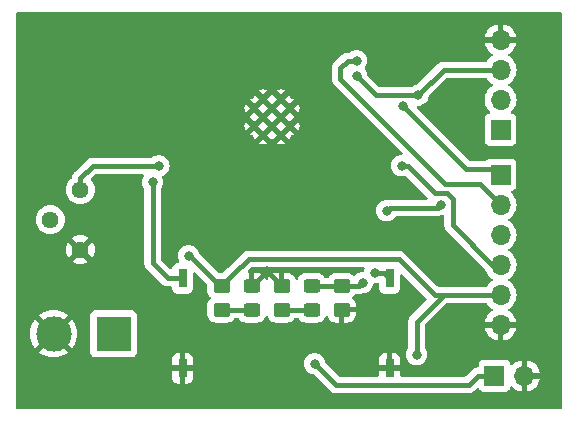
<source format=gbr>
%TF.GenerationSoftware,KiCad,Pcbnew,7.0.1*%
%TF.CreationDate,2023-04-21T09:55:58+02:00*%
%TF.ProjectId,hond,686f6e64-2e6b-4696-9361-645f70636258,rev?*%
%TF.SameCoordinates,Original*%
%TF.FileFunction,Copper,L2,Bot*%
%TF.FilePolarity,Positive*%
%FSLAX46Y46*%
G04 Gerber Fmt 4.6, Leading zero omitted, Abs format (unit mm)*
G04 Created by KiCad (PCBNEW 7.0.1) date 2023-04-21 09:55:58*
%MOMM*%
%LPD*%
G01*
G04 APERTURE LIST*
G04 Aperture macros list*
%AMRoundRect*
0 Rectangle with rounded corners*
0 $1 Rounding radius*
0 $2 $3 $4 $5 $6 $7 $8 $9 X,Y pos of 4 corners*
0 Add a 4 corners polygon primitive as box body*
4,1,4,$2,$3,$4,$5,$6,$7,$8,$9,$2,$3,0*
0 Add four circle primitives for the rounded corners*
1,1,$1+$1,$2,$3*
1,1,$1+$1,$4,$5*
1,1,$1+$1,$6,$7*
1,1,$1+$1,$8,$9*
0 Add four rect primitives between the rounded corners*
20,1,$1+$1,$2,$3,$4,$5,0*
20,1,$1+$1,$4,$5,$6,$7,0*
20,1,$1+$1,$6,$7,$8,$9,0*
20,1,$1+$1,$8,$9,$2,$3,0*%
G04 Aperture macros list end*
%TA.AperFunction,ComponentPad*%
%ADD10R,1.700000X1.700000*%
%TD*%
%TA.AperFunction,ComponentPad*%
%ADD11O,1.700000X1.700000*%
%TD*%
%TA.AperFunction,HeatsinkPad*%
%ADD12C,0.600000*%
%TD*%
%TA.AperFunction,ComponentPad*%
%ADD13R,3.000000X3.000000*%
%TD*%
%TA.AperFunction,ComponentPad*%
%ADD14C,3.000000*%
%TD*%
%TA.AperFunction,ComponentPad*%
%ADD15C,1.440000*%
%TD*%
%TA.AperFunction,SMDPad,CuDef*%
%ADD16R,0.760000X1.600000*%
%TD*%
%TA.AperFunction,SMDPad,CuDef*%
%ADD17RoundRect,0.250000X0.450000X-0.350000X0.450000X0.350000X-0.450000X0.350000X-0.450000X-0.350000X0*%
%TD*%
%TA.AperFunction,SMDPad,CuDef*%
%ADD18RoundRect,0.250000X-0.450000X0.350000X-0.450000X-0.350000X0.450000X-0.350000X0.450000X0.350000X0*%
%TD*%
%TA.AperFunction,SMDPad,CuDef*%
%ADD19RoundRect,0.250000X-0.450000X0.325000X-0.450000X-0.325000X0.450000X-0.325000X0.450000X0.325000X0*%
%TD*%
%TA.AperFunction,SMDPad,CuDef*%
%ADD20RoundRect,0.250000X0.450000X-0.325000X0.450000X0.325000X-0.450000X0.325000X-0.450000X-0.325000X0*%
%TD*%
%TA.AperFunction,ViaPad*%
%ADD21C,0.800000*%
%TD*%
%TA.AperFunction,Conductor*%
%ADD22C,0.381000*%
%TD*%
G04 APERTURE END LIST*
D10*
%TO.P,J4,1,Pin_1*%
%TO.N,Net-(J4-Pin_1)*%
X143251000Y-85852000D03*
D11*
%TO.P,J4,2,Pin_2*%
%TO.N,GND*%
X145791000Y-85852000D03*
%TD*%
D10*
%TO.P,J3,1,Pin_1*%
%TO.N,GPIO21*%
X143764000Y-68834000D03*
D11*
%TO.P,J3,2,Pin_2*%
%TO.N,GPIO22*%
X143764000Y-71374000D03*
%TO.P,J3,3,Pin_3*%
%TO.N,GPIO4*%
X143764000Y-73914000D03*
%TO.P,J3,4,Pin_4*%
%TO.N,GPIO5*%
X143764000Y-76454000D03*
%TO.P,J3,5,Pin_5*%
%TO.N,+3.3V*%
X143764000Y-78994000D03*
%TO.P,J3,6,Pin_6*%
%TO.N,GND*%
X143764000Y-81534000D03*
%TD*%
D10*
%TO.P,J1,1,Pin_1*%
%TO.N,+3.3V*%
X143764000Y-65024000D03*
D11*
%TO.P,J1,2,Pin_2*%
%TO.N,RX0*%
X143764000Y-62484000D03*
%TO.P,J1,3,Pin_3*%
%TO.N,TX0*%
X143764000Y-59944000D03*
%TO.P,J1,4,Pin_4*%
%TO.N,GND*%
X143764000Y-57404000D03*
%TD*%
D12*
%TO.P,U1,39,GND*%
%TO.N,GND*%
X122890000Y-63179500D03*
X122890000Y-64704500D03*
X123652500Y-62417000D03*
X123652500Y-63942000D03*
X123652500Y-65467000D03*
X124415000Y-63179500D03*
X124415000Y-64704500D03*
X125177500Y-62417000D03*
X125177500Y-63942000D03*
X125177500Y-65467000D03*
X125940000Y-63179500D03*
X125940000Y-64704500D03*
%TD*%
D13*
%TO.P,J5,1,Pin_1*%
%TO.N,VDD*%
X110998000Y-82296000D03*
D14*
%TO.P,J5,2,Pin_2*%
%TO.N,GND*%
X105918000Y-82296000D03*
%TD*%
D15*
%TO.P,P1,1,1*%
%TO.N,A8*%
X108189000Y-70104000D03*
%TO.P,P1,2,2*%
%TO.N,Net-(U4-+)*%
X105649000Y-72644000D03*
%TO.P,P1,3,3*%
%TO.N,GND*%
X108189000Y-75184000D03*
%TD*%
D16*
%TO.P,SW2,1,1*%
%TO.N,GPIO0*%
X134366000Y-77597000D03*
%TO.P,SW2,2,2*%
%TO.N,GND*%
X134366000Y-85217000D03*
%TD*%
%TO.P,SW1,1,1*%
%TO.N,/EN*%
X116840000Y-77597000D03*
%TO.P,SW1,2,2*%
%TO.N,GND*%
X116840000Y-85217000D03*
%TD*%
D17*
%TO.P,R3,1*%
%TO.N,GND*%
X130302000Y-80248000D03*
%TO.P,R3,2*%
%TO.N,GPIO2*%
X130302000Y-78248000D03*
%TD*%
%TO.P,R7,1*%
%TO.N,Net-(D1-K)*%
X125222000Y-80248000D03*
%TO.P,R7,2*%
%TO.N,GND*%
X125222000Y-78248000D03*
%TD*%
D18*
%TO.P,R4,1*%
%TO.N,+3.3V*%
X120142000Y-78248000D03*
%TO.P,R4,2*%
%TO.N,Net-(D2-A)*%
X120142000Y-80248000D03*
%TD*%
D19*
%TO.P,D2,1,K*%
%TO.N,GND*%
X122682000Y-78223000D03*
%TO.P,D2,2,A*%
%TO.N,Net-(D2-A)*%
X122682000Y-80273000D03*
%TD*%
D20*
%TO.P,D1,1,K*%
%TO.N,Net-(D1-K)*%
X127762000Y-80273000D03*
%TO.P,D1,2,A*%
%TO.N,GPIO2*%
X127762000Y-78223000D03*
%TD*%
D21*
%TO.N,+3.3V*%
X117348000Y-75692000D03*
X136652000Y-84074000D03*
%TO.N,GND*%
X114554000Y-84328000D03*
X132842000Y-82042000D03*
X140970000Y-56896000D03*
X123952000Y-76962000D03*
X122936000Y-58420000D03*
X127254000Y-70104000D03*
X106426000Y-62738000D03*
X140081000Y-80137000D03*
%TO.N,GPIO2*%
X132080000Y-77978000D03*
%TO.N,TX0*%
X131572000Y-60452000D03*
X136779000Y-62103000D03*
%TO.N,/EN*%
X114300000Y-69469000D03*
%TO.N,GPIO0*%
X133096000Y-77132150D03*
%TO.N,GPIO5*%
X135382000Y-68072000D03*
%TO.N,Net-(J4-Pin_1)*%
X128016000Y-84836000D03*
%TO.N,A8*%
X114836000Y-68072000D03*
%TO.N,GPIO4*%
X134112000Y-71882000D03*
X138684000Y-71374000D03*
%TO.N,GPIO21*%
X135509000Y-62992000D03*
%TO.N,GPIO22*%
X131572000Y-59182000D03*
%TD*%
D22*
%TO.N,+3.3V*%
X121145500Y-77228500D02*
X121145500Y-77244500D01*
X121145500Y-77244500D02*
X120142000Y-78248000D01*
X122428000Y-75946000D02*
X121145500Y-77228500D01*
X135128000Y-75946000D02*
X122428000Y-75946000D01*
X138176000Y-78994000D02*
X135128000Y-75946000D01*
X138938000Y-78994000D02*
X138176000Y-78994000D01*
%TO.N,TX0*%
X138938000Y-59944000D02*
X136779000Y-62103000D01*
X143764000Y-59944000D02*
X138938000Y-59944000D01*
%TO.N,GPIO21*%
X143256000Y-68326000D02*
X143764000Y-68834000D01*
X140843000Y-68326000D02*
X143256000Y-68326000D01*
X135509000Y-62992000D02*
X140843000Y-68326000D01*
%TO.N,GPIO22*%
X141986000Y-69596000D02*
X139065000Y-69596000D01*
X143764000Y-71374000D02*
X141986000Y-69596000D01*
%TO.N,GPIO5*%
X138176000Y-70358000D02*
X135890000Y-68072000D01*
X139192000Y-70358000D02*
X138176000Y-70358000D01*
X139700000Y-70866000D02*
X139192000Y-70358000D01*
X139700000Y-73085658D02*
X139700000Y-70866000D01*
X143141342Y-76527000D02*
X139700000Y-73085658D01*
X143691000Y-76527000D02*
X143141342Y-76527000D01*
X143764000Y-76454000D02*
X143691000Y-76527000D01*
X135890000Y-68072000D02*
X135382000Y-68072000D01*
%TO.N,+3.3V*%
X143764000Y-78994000D02*
X138938000Y-78994000D01*
X136652000Y-81280000D02*
X138938000Y-78994000D01*
%TO.N,Net-(J4-Pin_1)*%
X143251000Y-85852000D02*
X141827000Y-85852000D01*
X141827000Y-85852000D02*
X141065000Y-86614000D01*
%TO.N,+3.3V*%
X120031000Y-78248000D02*
X120142000Y-78248000D01*
X117348000Y-75692000D02*
X117475000Y-75692000D01*
X136652000Y-84074000D02*
X136652000Y-81280000D01*
X117475000Y-75692000D02*
X120031000Y-78248000D01*
%TO.N,GND*%
X125222000Y-78248000D02*
X125222000Y-78232000D01*
X122682000Y-78223000D02*
X122691000Y-78223000D01*
X125222000Y-78232000D02*
X123952000Y-76962000D01*
X122691000Y-78223000D02*
X123952000Y-76962000D01*
%TO.N,Net-(D1-K)*%
X125222000Y-80248000D02*
X127737000Y-80248000D01*
X127737000Y-80248000D02*
X127762000Y-80273000D01*
%TO.N,GPIO2*%
X127787000Y-78248000D02*
X127762000Y-78223000D01*
X130302000Y-78248000D02*
X127787000Y-78248000D01*
X131810000Y-78248000D02*
X132080000Y-77978000D01*
X130302000Y-78248000D02*
X131810000Y-78248000D01*
%TO.N,Net-(D2-A)*%
X122657000Y-80248000D02*
X122682000Y-80273000D01*
X120142000Y-80248000D02*
X122657000Y-80248000D01*
%TO.N,TX0*%
X133223000Y-62103000D02*
X136779000Y-62103000D01*
X131572000Y-60452000D02*
X133223000Y-62103000D01*
%TO.N,/EN*%
X114300000Y-76327000D02*
X115570000Y-77597000D01*
X115570000Y-77597000D02*
X116840000Y-77597000D01*
X114300000Y-69469000D02*
X114300000Y-76327000D01*
%TO.N,GPIO0*%
X133096000Y-77132150D02*
X133901150Y-77132150D01*
X133901150Y-77132150D02*
X134366000Y-77597000D01*
%TO.N,Net-(J4-Pin_1)*%
X129794000Y-86614000D02*
X141065000Y-86614000D01*
X128016000Y-84836000D02*
X129794000Y-86614000D01*
%TO.N,A8*%
X108189000Y-69103000D02*
X108189000Y-70104000D01*
X114836000Y-68072000D02*
X109220000Y-68072000D01*
X109220000Y-68072000D02*
X108189000Y-69103000D01*
%TO.N,GPIO4*%
X138430000Y-71628000D02*
X138684000Y-71374000D01*
X134112000Y-71882000D02*
X134366000Y-71628000D01*
X134366000Y-71628000D02*
X138430000Y-71628000D01*
%TO.N,GPIO22*%
X130175000Y-60706000D02*
X130175000Y-59817000D01*
X130175000Y-59817000D02*
X130810000Y-59182000D01*
X130810000Y-59182000D02*
X131572000Y-59182000D01*
X139065000Y-69596000D02*
X130175000Y-60706000D01*
%TD*%
%TA.AperFunction,Conductor*%
%TO.N,GND*%
G36*
X132195666Y-76650515D02*
G01*
X132239689Y-76688115D01*
X132261844Y-76741602D01*
X132257302Y-76799317D01*
X132246349Y-76833027D01*
X132210325Y-76943897D01*
X132207953Y-76966464D01*
X132187433Y-77022841D01*
X132142847Y-77062986D01*
X132084633Y-77077500D01*
X131985352Y-77077500D01*
X131800197Y-77116855D01*
X131627269Y-77193848D01*
X131474131Y-77305109D01*
X131441384Y-77341478D01*
X131385488Y-77377086D01*
X131319236Y-77378821D01*
X131261554Y-77346185D01*
X131220657Y-77305288D01*
X131071334Y-77213186D01*
X130904797Y-77158000D01*
X130802009Y-77147500D01*
X129801991Y-77147500D01*
X129699203Y-77158000D01*
X129532665Y-77213186D01*
X129383345Y-77305286D01*
X129259286Y-77429345D01*
X129216882Y-77498096D01*
X129171775Y-77541277D01*
X129111343Y-77557000D01*
X128952657Y-77557000D01*
X128892225Y-77541277D01*
X128847118Y-77498096D01*
X128804713Y-77429345D01*
X128680654Y-77305286D01*
X128531334Y-77213186D01*
X128364797Y-77158000D01*
X128262009Y-77147500D01*
X127261991Y-77147500D01*
X127159203Y-77158000D01*
X126992665Y-77213186D01*
X126843342Y-77305288D01*
X126719288Y-77429342D01*
X126627185Y-77578667D01*
X126609441Y-77632213D01*
X126576302Y-77683896D01*
X126522432Y-77713348D01*
X126461037Y-77713347D01*
X126407168Y-77683894D01*
X126374030Y-77632210D01*
X126356357Y-77578878D01*
X126264316Y-77429654D01*
X126140345Y-77305683D01*
X125991122Y-77213642D01*
X125824696Y-77158493D01*
X125721979Y-77148000D01*
X125472000Y-77148000D01*
X125472000Y-78374000D01*
X125455387Y-78436000D01*
X125410000Y-78481387D01*
X125348000Y-78498000D01*
X125096000Y-78498000D01*
X125034000Y-78481387D01*
X124988613Y-78436000D01*
X124972000Y-78374000D01*
X124972000Y-77148001D01*
X124722021Y-77148001D01*
X124619304Y-77158493D01*
X124452877Y-77213642D01*
X124303654Y-77305683D01*
X124179683Y-77429654D01*
X124087641Y-77578879D01*
X124069704Y-77633007D01*
X124036565Y-77684690D01*
X123982695Y-77714142D01*
X123921300Y-77714141D01*
X123867430Y-77684688D01*
X123834293Y-77633004D01*
X123816357Y-77578878D01*
X123724316Y-77429654D01*
X123600345Y-77305683D01*
X123451122Y-77213642D01*
X123284696Y-77158493D01*
X123181979Y-77148000D01*
X122932000Y-77148000D01*
X122932000Y-78349000D01*
X122915387Y-78411000D01*
X122870000Y-78456387D01*
X122808000Y-78473000D01*
X122556000Y-78473000D01*
X122494000Y-78456387D01*
X122448613Y-78411000D01*
X122432000Y-78349000D01*
X122432000Y-77148001D01*
X122405290Y-77121291D01*
X122373197Y-77065703D01*
X122373197Y-77001516D01*
X122405289Y-76945931D01*
X122677901Y-76673319D01*
X122718130Y-76646439D01*
X122765583Y-76637000D01*
X132139371Y-76637000D01*
X132195666Y-76650515D01*
G37*
%TD.AperFunction*%
%TA.AperFunction,Conductor*%
G36*
X148908500Y-55068613D02*
G01*
X148953887Y-55114000D01*
X148970500Y-55176000D01*
X148970500Y-88521500D01*
X148953887Y-88583500D01*
X148908500Y-88628887D01*
X148846500Y-88645500D01*
X102867500Y-88645500D01*
X102805500Y-88628887D01*
X102760113Y-88583500D01*
X102743500Y-88521500D01*
X102743500Y-85467000D01*
X115960000Y-85467000D01*
X115960000Y-86064824D01*
X115966402Y-86124375D01*
X116016647Y-86259089D01*
X116102811Y-86374188D01*
X116217910Y-86460352D01*
X116352624Y-86510597D01*
X116412176Y-86517000D01*
X116590000Y-86517000D01*
X116590000Y-85467000D01*
X117090000Y-85467000D01*
X117090000Y-86517000D01*
X117267824Y-86517000D01*
X117327375Y-86510597D01*
X117462089Y-86460352D01*
X117577188Y-86374188D01*
X117663352Y-86259089D01*
X117713597Y-86124375D01*
X117720000Y-86064824D01*
X117720000Y-85467000D01*
X117090000Y-85467000D01*
X116590000Y-85467000D01*
X115960000Y-85467000D01*
X102743500Y-85467000D01*
X102743500Y-84967000D01*
X115960000Y-84967000D01*
X116590000Y-84967000D01*
X116590000Y-83917000D01*
X117090000Y-83917000D01*
X117090000Y-84967000D01*
X117720000Y-84967000D01*
X117720000Y-84836000D01*
X127110540Y-84836000D01*
X127130326Y-85024257D01*
X127188820Y-85204284D01*
X127283466Y-85368216D01*
X127410129Y-85508889D01*
X127563269Y-85620151D01*
X127736197Y-85697144D01*
X127908189Y-85733702D01*
X127941575Y-85746019D01*
X127970089Y-85767311D01*
X129287964Y-87085185D01*
X129293098Y-87090638D01*
X129332417Y-87135020D01*
X129381211Y-87168700D01*
X129387245Y-87173140D01*
X129424719Y-87202499D01*
X129433895Y-87209688D01*
X129442870Y-87213727D01*
X129462410Y-87224748D01*
X129470518Y-87230344D01*
X129525964Y-87251371D01*
X129532824Y-87254213D01*
X129586915Y-87278558D01*
X129596582Y-87280329D01*
X129596593Y-87280331D01*
X129618220Y-87286359D01*
X129627418Y-87289848D01*
X129686263Y-87296992D01*
X129693631Y-87298113D01*
X129751972Y-87308805D01*
X129811138Y-87305226D01*
X129818626Y-87305000D01*
X141040374Y-87305000D01*
X141047861Y-87305226D01*
X141107028Y-87308805D01*
X141107028Y-87308804D01*
X141107030Y-87308805D01*
X141165336Y-87298119D01*
X141172725Y-87296994D01*
X141231582Y-87289848D01*
X141240790Y-87286355D01*
X141262398Y-87280332D01*
X141272085Y-87278557D01*
X141326161Y-87254218D01*
X141333045Y-87251368D01*
X141388482Y-87230344D01*
X141396585Y-87224750D01*
X141416137Y-87213723D01*
X141425105Y-87209688D01*
X141471776Y-87173122D01*
X141477769Y-87168711D01*
X141526583Y-87135020D01*
X141565902Y-87090635D01*
X141571004Y-87085216D01*
X141754129Y-86902091D01*
X141806874Y-86870796D01*
X141868167Y-86868607D01*
X141923012Y-86896060D01*
X141947856Y-86931843D01*
X141957203Y-86944329D01*
X141957204Y-86944331D01*
X142043454Y-87059546D01*
X142158669Y-87145796D01*
X142293517Y-87196091D01*
X142353127Y-87202500D01*
X144148872Y-87202499D01*
X144208483Y-87196091D01*
X144343331Y-87145796D01*
X144458546Y-87059546D01*
X144544796Y-86944331D01*
X144594003Y-86812398D01*
X144628981Y-86762021D01*
X144683826Y-86734568D01*
X144745119Y-86736757D01*
X144797865Y-86768053D01*
X144919918Y-86890106D01*
X145113423Y-87025600D01*
X145327507Y-87125430D01*
X145540999Y-87182635D01*
X145541000Y-87182636D01*
X145541000Y-86102000D01*
X146041000Y-86102000D01*
X146041000Y-87182635D01*
X146254492Y-87125430D01*
X146468576Y-87025600D01*
X146662081Y-86890106D01*
X146829106Y-86723081D01*
X146964600Y-86529576D01*
X147064430Y-86315492D01*
X147121636Y-86102000D01*
X146041000Y-86102000D01*
X145541000Y-86102000D01*
X145541000Y-84521364D01*
X146041000Y-84521364D01*
X146041000Y-85602000D01*
X147121636Y-85602000D01*
X147121635Y-85601999D01*
X147064430Y-85388507D01*
X146964599Y-85174421D01*
X146829109Y-84980921D01*
X146662081Y-84813893D01*
X146468576Y-84678399D01*
X146254492Y-84578569D01*
X146041000Y-84521364D01*
X145541000Y-84521364D01*
X145540999Y-84521364D01*
X145327507Y-84578569D01*
X145113421Y-84678400D01*
X144919924Y-84813888D01*
X144797865Y-84935947D01*
X144745118Y-84967242D01*
X144683825Y-84969431D01*
X144628981Y-84941978D01*
X144594002Y-84891598D01*
X144581527Y-84858151D01*
X144544796Y-84759669D01*
X144458546Y-84644454D01*
X144343331Y-84558204D01*
X144208483Y-84507909D01*
X144148873Y-84501500D01*
X144148869Y-84501500D01*
X142353130Y-84501500D01*
X142293515Y-84507909D01*
X142158669Y-84558204D01*
X142043454Y-84644454D01*
X141957204Y-84759668D01*
X141907997Y-84891598D01*
X141906909Y-84894517D01*
X141901807Y-84941978D01*
X141900500Y-84954131D01*
X141900500Y-85032683D01*
X141887434Y-85088087D01*
X141850991Y-85131815D01*
X141798849Y-85154652D01*
X141726659Y-85167880D01*
X141719258Y-85169007D01*
X141660415Y-85176152D01*
X141651216Y-85179641D01*
X141629606Y-85185665D01*
X141619916Y-85187441D01*
X141565854Y-85211772D01*
X141558936Y-85214638D01*
X141503515Y-85235656D01*
X141495407Y-85241253D01*
X141475876Y-85252269D01*
X141466894Y-85256312D01*
X141420238Y-85292864D01*
X141414208Y-85297301D01*
X141365417Y-85330979D01*
X141326098Y-85375360D01*
X141320965Y-85380812D01*
X140815097Y-85886681D01*
X140774869Y-85913561D01*
X140727416Y-85923000D01*
X135370000Y-85923000D01*
X135308000Y-85906387D01*
X135262613Y-85861000D01*
X135246000Y-85799000D01*
X135246000Y-85467000D01*
X133486000Y-85467000D01*
X133486000Y-85799000D01*
X133469387Y-85861000D01*
X133424000Y-85906387D01*
X133362000Y-85923000D01*
X130131583Y-85923000D01*
X130084130Y-85913561D01*
X130043902Y-85886681D01*
X129124221Y-84967000D01*
X133486000Y-84967000D01*
X134116000Y-84967000D01*
X134116000Y-83917000D01*
X134616000Y-83917000D01*
X134616000Y-84967000D01*
X135246000Y-84967000D01*
X135246000Y-84369176D01*
X135239597Y-84309624D01*
X135189352Y-84174910D01*
X135103188Y-84059811D01*
X134988089Y-83973647D01*
X134853375Y-83923402D01*
X134793824Y-83917000D01*
X134616000Y-83917000D01*
X134116000Y-83917000D01*
X133938176Y-83917000D01*
X133878624Y-83923402D01*
X133743910Y-83973647D01*
X133628811Y-84059811D01*
X133542647Y-84174910D01*
X133492402Y-84309624D01*
X133486000Y-84369176D01*
X133486000Y-84967000D01*
X129124221Y-84967000D01*
X128944081Y-84786860D01*
X128919841Y-84752561D01*
X128908441Y-84712138D01*
X128901674Y-84647742D01*
X128843179Y-84467715D01*
X128748533Y-84303783D01*
X128621870Y-84163110D01*
X128468730Y-84051848D01*
X128295802Y-83974855D01*
X128110648Y-83935500D01*
X128110646Y-83935500D01*
X127921354Y-83935500D01*
X127921352Y-83935500D01*
X127736197Y-83974855D01*
X127563269Y-84051848D01*
X127410129Y-84163110D01*
X127283466Y-84303783D01*
X127188820Y-84467715D01*
X127130326Y-84647742D01*
X127110540Y-84836000D01*
X117720000Y-84836000D01*
X117720000Y-84369176D01*
X117713597Y-84309624D01*
X117663352Y-84174910D01*
X117577188Y-84059811D01*
X117462089Y-83973647D01*
X117327375Y-83923402D01*
X117267824Y-83917000D01*
X117090000Y-83917000D01*
X116590000Y-83917000D01*
X116412176Y-83917000D01*
X116352624Y-83923402D01*
X116217910Y-83973647D01*
X116102811Y-84059811D01*
X116016647Y-84174910D01*
X115966402Y-84309624D01*
X115960000Y-84369176D01*
X115960000Y-84967000D01*
X102743500Y-84967000D01*
X102743500Y-83876115D01*
X104691436Y-83876115D01*
X104833958Y-83982806D01*
X105085047Y-84119911D01*
X105353097Y-84219888D01*
X105632642Y-84280699D01*
X105918000Y-84301109D01*
X106203357Y-84280699D01*
X106482902Y-84219888D01*
X106750952Y-84119911D01*
X107002041Y-83982806D01*
X107144562Y-83876115D01*
X107112316Y-83843869D01*
X108997500Y-83843869D01*
X109003909Y-83903484D01*
X109029056Y-83970906D01*
X109054204Y-84038331D01*
X109140454Y-84153546D01*
X109255669Y-84239796D01*
X109390517Y-84290091D01*
X109450127Y-84296500D01*
X112545872Y-84296499D01*
X112605483Y-84290091D01*
X112740331Y-84239796D01*
X112855546Y-84153546D01*
X112941796Y-84038331D01*
X112992091Y-83903483D01*
X112998500Y-83843873D01*
X112998499Y-80748128D01*
X112992091Y-80688517D01*
X112941796Y-80553669D01*
X112855546Y-80438454D01*
X112740331Y-80352204D01*
X112605483Y-80301909D01*
X112545873Y-80295500D01*
X112545869Y-80295500D01*
X109450130Y-80295500D01*
X109390515Y-80301909D01*
X109255669Y-80352204D01*
X109140454Y-80438454D01*
X109054204Y-80553668D01*
X109003909Y-80688516D01*
X108997500Y-80748130D01*
X108997500Y-83843869D01*
X107112316Y-83843869D01*
X105918001Y-82649553D01*
X105918000Y-82649553D01*
X104691436Y-83876115D01*
X102743500Y-83876115D01*
X102743500Y-82295999D01*
X103912890Y-82295999D01*
X103933300Y-82581357D01*
X103994111Y-82860902D01*
X104094088Y-83128952D01*
X104231193Y-83380042D01*
X104337883Y-83522562D01*
X105564446Y-82296001D01*
X106271553Y-82296001D01*
X107498115Y-83522562D01*
X107604806Y-83380041D01*
X107741911Y-83128952D01*
X107841888Y-82860902D01*
X107902699Y-82581357D01*
X107923109Y-82295999D01*
X107902699Y-82010642D01*
X107841888Y-81731097D01*
X107741911Y-81463047D01*
X107604806Y-81211958D01*
X107498115Y-81069436D01*
X106271553Y-82296000D01*
X106271553Y-82296001D01*
X105564446Y-82296001D01*
X105564446Y-82296000D01*
X104337883Y-81069436D01*
X104337882Y-81069437D01*
X104231195Y-81211954D01*
X104094088Y-81463047D01*
X103994111Y-81731097D01*
X103933300Y-82010642D01*
X103912890Y-82295999D01*
X102743500Y-82295999D01*
X102743500Y-80715883D01*
X104691436Y-80715883D01*
X105918000Y-81942446D01*
X105918001Y-81942446D01*
X107144562Y-80715883D01*
X107002042Y-80609193D01*
X106750952Y-80472088D01*
X106482902Y-80372111D01*
X106203357Y-80311300D01*
X105918000Y-80290890D01*
X105632642Y-80311300D01*
X105353097Y-80372111D01*
X105085047Y-80472088D01*
X104833954Y-80609195D01*
X104691437Y-80715882D01*
X104691436Y-80715883D01*
X102743500Y-80715883D01*
X102743500Y-76205583D01*
X107520967Y-76205583D01*
X107576670Y-76244587D01*
X107770138Y-76334802D01*
X107976342Y-76390055D01*
X108189000Y-76408660D01*
X108401657Y-76390055D01*
X108607861Y-76334802D01*
X108801325Y-76244589D01*
X108857030Y-76205583D01*
X108189001Y-75537553D01*
X108189000Y-75537553D01*
X107520967Y-76205583D01*
X102743500Y-76205583D01*
X102743500Y-75184000D01*
X106964339Y-75184000D01*
X106982944Y-75396657D01*
X107038197Y-75602861D01*
X107128410Y-75796326D01*
X107167415Y-75852030D01*
X107167416Y-75852031D01*
X107835447Y-75184001D01*
X108542553Y-75184001D01*
X109210583Y-75852030D01*
X109249589Y-75796325D01*
X109339802Y-75602861D01*
X109395055Y-75396657D01*
X109413660Y-75184000D01*
X109395055Y-74971342D01*
X109339802Y-74765138D01*
X109249587Y-74571670D01*
X109210583Y-74515967D01*
X108542553Y-75184000D01*
X108542553Y-75184001D01*
X107835447Y-75184001D01*
X107835447Y-75184000D01*
X107167414Y-74515967D01*
X107128411Y-74571672D01*
X107038197Y-74765138D01*
X106982944Y-74971342D01*
X106964339Y-75184000D01*
X102743500Y-75184000D01*
X102743500Y-74162414D01*
X107520967Y-74162414D01*
X108189000Y-74830447D01*
X108189001Y-74830447D01*
X108857031Y-74162416D01*
X108857030Y-74162415D01*
X108801326Y-74123410D01*
X108607861Y-74033197D01*
X108401657Y-73977944D01*
X108189000Y-73959339D01*
X107976342Y-73977944D01*
X107770138Y-74033197D01*
X107576672Y-74123411D01*
X107520967Y-74162414D01*
X102743500Y-74162414D01*
X102743500Y-72643999D01*
X104423837Y-72643999D01*
X104442450Y-72856744D01*
X104497724Y-73063031D01*
X104587979Y-73256582D01*
X104710471Y-73431520D01*
X104861479Y-73582528D01*
X105036417Y-73705020D01*
X105036418Y-73705020D01*
X105036419Y-73705021D01*
X105229970Y-73795276D01*
X105436253Y-73850549D01*
X105649000Y-73869162D01*
X105861747Y-73850549D01*
X106068030Y-73795276D01*
X106261581Y-73705021D01*
X106436519Y-73582529D01*
X106587529Y-73431519D01*
X106710021Y-73256581D01*
X106800276Y-73063030D01*
X106855549Y-72856747D01*
X106874162Y-72644000D01*
X106855549Y-72431253D01*
X106800276Y-72224970D01*
X106710021Y-72031419D01*
X106605397Y-71882000D01*
X106587528Y-71856479D01*
X106436520Y-71705471D01*
X106261582Y-71582979D01*
X106068031Y-71492724D01*
X105861744Y-71437450D01*
X105649000Y-71418837D01*
X105436255Y-71437450D01*
X105229968Y-71492724D01*
X105036417Y-71582979D01*
X104861479Y-71705471D01*
X104710471Y-71856479D01*
X104587979Y-72031417D01*
X104497724Y-72224968D01*
X104442450Y-72431255D01*
X104423837Y-72643999D01*
X102743500Y-72643999D01*
X102743500Y-70104000D01*
X106963837Y-70104000D01*
X106982450Y-70316744D01*
X107037724Y-70523031D01*
X107127979Y-70716582D01*
X107250471Y-70891520D01*
X107401479Y-71042528D01*
X107576417Y-71165020D01*
X107576418Y-71165020D01*
X107576419Y-71165021D01*
X107769970Y-71255276D01*
X107976253Y-71310549D01*
X108118084Y-71322957D01*
X108188999Y-71329162D01*
X108188999Y-71329161D01*
X108189000Y-71329162D01*
X108401747Y-71310549D01*
X108608030Y-71255276D01*
X108801581Y-71165021D01*
X108976519Y-71042529D01*
X109127529Y-70891519D01*
X109250021Y-70716581D01*
X109340276Y-70523030D01*
X109395549Y-70316747D01*
X109414162Y-70104000D01*
X109395549Y-69891253D01*
X109340276Y-69684970D01*
X109250021Y-69491419D01*
X109250020Y-69491417D01*
X109121307Y-69307594D01*
X109122170Y-69306989D01*
X109095722Y-69261180D01*
X109095722Y-69196992D01*
X109127814Y-69141407D01*
X109469902Y-68799319D01*
X109510131Y-68772439D01*
X109557584Y-68763000D01*
X113453027Y-68763000D01*
X113515027Y-68779613D01*
X113560414Y-68825000D01*
X113577027Y-68887000D01*
X113560414Y-68949000D01*
X113472820Y-69100715D01*
X113414326Y-69280742D01*
X113394540Y-69468999D01*
X113414326Y-69657257D01*
X113472820Y-69837284D01*
X113567464Y-70001212D01*
X113567465Y-70001214D01*
X113567467Y-70001216D01*
X113577150Y-70011970D01*
X113600764Y-70050503D01*
X113609000Y-70094942D01*
X113609000Y-76302374D01*
X113608774Y-76309861D01*
X113605195Y-76369029D01*
X113615879Y-76427332D01*
X113617006Y-76434735D01*
X113624152Y-76493583D01*
X113627643Y-76502788D01*
X113633668Y-76524400D01*
X113635442Y-76534083D01*
X113659772Y-76588143D01*
X113662630Y-76595044D01*
X113678543Y-76637000D01*
X113683656Y-76650482D01*
X113689249Y-76658585D01*
X113700273Y-76678132D01*
X113704311Y-76687104D01*
X113740863Y-76733759D01*
X113745303Y-76739793D01*
X113778979Y-76788582D01*
X113823352Y-76827893D01*
X113828805Y-76833027D01*
X115063979Y-78068201D01*
X115069099Y-78073639D01*
X115108417Y-78118020D01*
X115134061Y-78135721D01*
X115157214Y-78151703D01*
X115163233Y-78156132D01*
X115176157Y-78166257D01*
X115209892Y-78192687D01*
X115209893Y-78192687D01*
X115209894Y-78192688D01*
X115218870Y-78196727D01*
X115238417Y-78207752D01*
X115246518Y-78213344D01*
X115301942Y-78234363D01*
X115308851Y-78237225D01*
X115362915Y-78261557D01*
X115372602Y-78263332D01*
X115394208Y-78269355D01*
X115403418Y-78272848D01*
X115462268Y-78279993D01*
X115469641Y-78281115D01*
X115527972Y-78291805D01*
X115587138Y-78288226D01*
X115594626Y-78288000D01*
X115835501Y-78288000D01*
X115897501Y-78304613D01*
X115942888Y-78350000D01*
X115959501Y-78412000D01*
X115959501Y-78444870D01*
X115965909Y-78504484D01*
X115975552Y-78530337D01*
X116016204Y-78639331D01*
X116102454Y-78754546D01*
X116217669Y-78840796D01*
X116352517Y-78891091D01*
X116412127Y-78897500D01*
X117267872Y-78897499D01*
X117327483Y-78891091D01*
X117462331Y-78840796D01*
X117577546Y-78754546D01*
X117663796Y-78639331D01*
X117714091Y-78504483D01*
X117720500Y-78444873D01*
X117720499Y-77214081D01*
X117734014Y-77157787D01*
X117771614Y-77113764D01*
X117825101Y-77091609D01*
X117882817Y-77096151D01*
X117932180Y-77126401D01*
X118905181Y-78099402D01*
X118932061Y-78139630D01*
X118941500Y-78187083D01*
X118941500Y-78648008D01*
X118952000Y-78750796D01*
X119007186Y-78917334D01*
X119099288Y-79066657D01*
X119192950Y-79160319D01*
X119225044Y-79215906D01*
X119225044Y-79280094D01*
X119192950Y-79335681D01*
X119099288Y-79429342D01*
X119007186Y-79578665D01*
X118952000Y-79745202D01*
X118941500Y-79847990D01*
X118941500Y-80648008D01*
X118952000Y-80750796D01*
X119007186Y-80917334D01*
X119099288Y-81066657D01*
X119223342Y-81190711D01*
X119257783Y-81211954D01*
X119372666Y-81282814D01*
X119484017Y-81319712D01*
X119539202Y-81337999D01*
X119549702Y-81339071D01*
X119641991Y-81348500D01*
X120642008Y-81348499D01*
X120744797Y-81337999D01*
X120911334Y-81282814D01*
X121060656Y-81190712D01*
X121184712Y-81066656D01*
X121227118Y-80997903D01*
X121272225Y-80954723D01*
X121332657Y-80939000D01*
X121491343Y-80939000D01*
X121551775Y-80954723D01*
X121596882Y-80997904D01*
X121639286Y-81066654D01*
X121763345Y-81190713D01*
X121797783Y-81211954D01*
X121912666Y-81282814D01*
X122024017Y-81319712D01*
X122079202Y-81337999D01*
X122089702Y-81339071D01*
X122181991Y-81348500D01*
X123182008Y-81348499D01*
X123284797Y-81337999D01*
X123451334Y-81282814D01*
X123600656Y-81190712D01*
X123724712Y-81066656D01*
X123816814Y-80917334D01*
X123834294Y-80864580D01*
X123867432Y-80812898D01*
X123921302Y-80783446D01*
X123982698Y-80783446D01*
X124036568Y-80812898D01*
X124069705Y-80864580D01*
X124072576Y-80873243D01*
X124087186Y-80917334D01*
X124179288Y-81066657D01*
X124303342Y-81190711D01*
X124337783Y-81211954D01*
X124452666Y-81282814D01*
X124564017Y-81319712D01*
X124619202Y-81337999D01*
X124629702Y-81339071D01*
X124721991Y-81348500D01*
X125722008Y-81348499D01*
X125824797Y-81337999D01*
X125991334Y-81282814D01*
X126140656Y-81190712D01*
X126264712Y-81066656D01*
X126307118Y-80997903D01*
X126352225Y-80954723D01*
X126412657Y-80939000D01*
X126571343Y-80939000D01*
X126631775Y-80954723D01*
X126676882Y-80997904D01*
X126719286Y-81066654D01*
X126843345Y-81190713D01*
X126877783Y-81211954D01*
X126992666Y-81282814D01*
X127104017Y-81319712D01*
X127159202Y-81337999D01*
X127169702Y-81339071D01*
X127261991Y-81348500D01*
X128262008Y-81348499D01*
X128364797Y-81337999D01*
X128531334Y-81282814D01*
X128680656Y-81190712D01*
X128804712Y-81066656D01*
X128896814Y-80917334D01*
X128914557Y-80863786D01*
X128947695Y-80812104D01*
X129001565Y-80782652D01*
X129062960Y-80782652D01*
X129116830Y-80812104D01*
X129149969Y-80863788D01*
X129167642Y-80917122D01*
X129259683Y-81066345D01*
X129383654Y-81190316D01*
X129532877Y-81282357D01*
X129699303Y-81337506D01*
X129802021Y-81348000D01*
X130052000Y-81348000D01*
X130052000Y-80498000D01*
X130552000Y-80498000D01*
X130552000Y-81347999D01*
X130801979Y-81347999D01*
X130904695Y-81337506D01*
X131071122Y-81282357D01*
X131220345Y-81190316D01*
X131344316Y-81066345D01*
X131436357Y-80917122D01*
X131491506Y-80750696D01*
X131502000Y-80647979D01*
X131502000Y-80498000D01*
X130552000Y-80498000D01*
X130052000Y-80498000D01*
X130052000Y-80122000D01*
X130068613Y-80060000D01*
X130114000Y-80014613D01*
X130176000Y-79998000D01*
X131501999Y-79998000D01*
X131501999Y-79848021D01*
X131491506Y-79745304D01*
X131436357Y-79578877D01*
X131344316Y-79429654D01*
X131250696Y-79336034D01*
X131218602Y-79280447D01*
X131218602Y-79216259D01*
X131250696Y-79160672D01*
X131271055Y-79140313D01*
X131344712Y-79066656D01*
X131387118Y-78997903D01*
X131432225Y-78954723D01*
X131492657Y-78939000D01*
X131785374Y-78939000D01*
X131792861Y-78939226D01*
X131852028Y-78942805D01*
X131852028Y-78942804D01*
X131852030Y-78942805D01*
X131910336Y-78932119D01*
X131917725Y-78930994D01*
X131976582Y-78923848D01*
X131985790Y-78920355D01*
X132007398Y-78914332D01*
X132017085Y-78912557D01*
X132068481Y-78889425D01*
X132119374Y-78878500D01*
X132174648Y-78878500D01*
X132298084Y-78852262D01*
X132359803Y-78839144D01*
X132532730Y-78762151D01*
X132685871Y-78650888D01*
X132812533Y-78510216D01*
X132907179Y-78346284D01*
X132965674Y-78166256D01*
X132968046Y-78143685D01*
X132988565Y-78087311D01*
X133033151Y-78047165D01*
X133091366Y-78032650D01*
X133190646Y-78032650D01*
X133335723Y-78001813D01*
X133390447Y-78002529D01*
X133439535Y-78026737D01*
X133473420Y-78069719D01*
X133485500Y-78123103D01*
X133485500Y-78444869D01*
X133491909Y-78504484D01*
X133501552Y-78530337D01*
X133542204Y-78639331D01*
X133628454Y-78754546D01*
X133743669Y-78840796D01*
X133878517Y-78891091D01*
X133938127Y-78897500D01*
X134793872Y-78897499D01*
X134853483Y-78891091D01*
X134988331Y-78840796D01*
X135103546Y-78754546D01*
X135189796Y-78639331D01*
X135240091Y-78504483D01*
X135246500Y-78444873D01*
X135246499Y-77341082D01*
X135260014Y-77284788D01*
X135297614Y-77240765D01*
X135351101Y-77218610D01*
X135408817Y-77223152D01*
X135458180Y-77253402D01*
X137492096Y-79287318D01*
X137524190Y-79342905D01*
X137524190Y-79407093D01*
X137492096Y-79462680D01*
X136180804Y-80773972D01*
X136175352Y-80779104D01*
X136130980Y-80818415D01*
X136097298Y-80867212D01*
X136092861Y-80873243D01*
X136056312Y-80919894D01*
X136056312Y-80919895D01*
X136052269Y-80928875D01*
X136041252Y-80948409D01*
X136035656Y-80956515D01*
X136014632Y-81011950D01*
X136011768Y-81018864D01*
X135987441Y-81072917D01*
X135985666Y-81082604D01*
X135979645Y-81104203D01*
X135976153Y-81113413D01*
X135969006Y-81172266D01*
X135967879Y-81179668D01*
X135957195Y-81237971D01*
X135960774Y-81297139D01*
X135961000Y-81304626D01*
X135961000Y-83448058D01*
X135952764Y-83492497D01*
X135929150Y-83531029D01*
X135922002Y-83538967D01*
X135919464Y-83541787D01*
X135824820Y-83705715D01*
X135766326Y-83885742D01*
X135746540Y-84073999D01*
X135766326Y-84262257D01*
X135824820Y-84442284D01*
X135919466Y-84606216D01*
X136046129Y-84746889D01*
X136199269Y-84858151D01*
X136372197Y-84935144D01*
X136557352Y-84974500D01*
X136557354Y-84974500D01*
X136746646Y-84974500D01*
X136746648Y-84974500D01*
X136899651Y-84941978D01*
X136931803Y-84935144D01*
X137104730Y-84858151D01*
X137202854Y-84786860D01*
X137257870Y-84746889D01*
X137384533Y-84606216D01*
X137479179Y-84442284D01*
X137522283Y-84309624D01*
X137537674Y-84262256D01*
X137557460Y-84074000D01*
X137537674Y-83885744D01*
X137479179Y-83705716D01*
X137479179Y-83705715D01*
X137384535Y-83541787D01*
X137384534Y-83541786D01*
X137384533Y-83541784D01*
X137374849Y-83531029D01*
X137351236Y-83492497D01*
X137343000Y-83448058D01*
X137343000Y-81784000D01*
X142433364Y-81784000D01*
X142490569Y-81997492D01*
X142590399Y-82211576D01*
X142725893Y-82405081D01*
X142892918Y-82572106D01*
X143086423Y-82707600D01*
X143300507Y-82807430D01*
X143513999Y-82864635D01*
X143514000Y-82864636D01*
X143514000Y-81784000D01*
X144014000Y-81784000D01*
X144014000Y-82864635D01*
X144227492Y-82807430D01*
X144441576Y-82707600D01*
X144635081Y-82572106D01*
X144802106Y-82405081D01*
X144937600Y-82211576D01*
X145037430Y-81997492D01*
X145094636Y-81784000D01*
X144014000Y-81784000D01*
X143514000Y-81784000D01*
X142433364Y-81784000D01*
X137343000Y-81784000D01*
X137343000Y-81617584D01*
X137352439Y-81570131D01*
X137379319Y-81529903D01*
X139187903Y-79721319D01*
X139228131Y-79694439D01*
X139275584Y-79685000D01*
X142534637Y-79685000D01*
X142591894Y-79699011D01*
X142636211Y-79737876D01*
X142725505Y-79865401D01*
X142892599Y-80032495D01*
X143078597Y-80162732D01*
X143117460Y-80207048D01*
X143131471Y-80264305D01*
X143117461Y-80321561D01*
X143078595Y-80365880D01*
X142892919Y-80495892D01*
X142725890Y-80662921D01*
X142590400Y-80856421D01*
X142490569Y-81070507D01*
X142433364Y-81283999D01*
X142433364Y-81284000D01*
X145094636Y-81284000D01*
X145094635Y-81283999D01*
X145037430Y-81070507D01*
X144937599Y-80856421D01*
X144802109Y-80662921D01*
X144635081Y-80495893D01*
X144449404Y-80365880D01*
X144410539Y-80321562D01*
X144396528Y-80264305D01*
X144410539Y-80207048D01*
X144449402Y-80162732D01*
X144635401Y-80032495D01*
X144802495Y-79865401D01*
X144938035Y-79671830D01*
X145037903Y-79457663D01*
X145099063Y-79229408D01*
X145119659Y-78994000D01*
X145099063Y-78758592D01*
X145037903Y-78530337D01*
X144938035Y-78316171D01*
X144802495Y-78122599D01*
X144635401Y-77955505D01*
X144449839Y-77825573D01*
X144410976Y-77781257D01*
X144396965Y-77724000D01*
X144410976Y-77666743D01*
X144449839Y-77622426D01*
X144635401Y-77492495D01*
X144802495Y-77325401D01*
X144938035Y-77131830D01*
X145037903Y-76917663D01*
X145099063Y-76689408D01*
X145119659Y-76454000D01*
X145117973Y-76434735D01*
X145099063Y-76218592D01*
X145095577Y-76205583D01*
X145037903Y-75990337D01*
X144938035Y-75776171D01*
X144802495Y-75582599D01*
X144635401Y-75415505D01*
X144449839Y-75285573D01*
X144410975Y-75241257D01*
X144396964Y-75184000D01*
X144410975Y-75126743D01*
X144449839Y-75082426D01*
X144635401Y-74952495D01*
X144802495Y-74785401D01*
X144938035Y-74591830D01*
X145037903Y-74377663D01*
X145099063Y-74149408D01*
X145119659Y-73914000D01*
X145099063Y-73678592D01*
X145037903Y-73450337D01*
X144938035Y-73236171D01*
X144802495Y-73042599D01*
X144635401Y-72875505D01*
X144449839Y-72745573D01*
X144410975Y-72701257D01*
X144396964Y-72644000D01*
X144410975Y-72586743D01*
X144449839Y-72542426D01*
X144635401Y-72412495D01*
X144802495Y-72245401D01*
X144938035Y-72051830D01*
X145037903Y-71837663D01*
X145099063Y-71609408D01*
X145119659Y-71374000D01*
X145099063Y-71138592D01*
X145037903Y-70910337D01*
X144938035Y-70696171D01*
X144802495Y-70502599D01*
X144680569Y-70380673D01*
X144649273Y-70327927D01*
X144647084Y-70266634D01*
X144674537Y-70211789D01*
X144724916Y-70176810D01*
X144856331Y-70127796D01*
X144971546Y-70041546D01*
X145057796Y-69926331D01*
X145108091Y-69791483D01*
X145114500Y-69731873D01*
X145114499Y-67936128D01*
X145108091Y-67876517D01*
X145057796Y-67741669D01*
X144971546Y-67626454D01*
X144856331Y-67540204D01*
X144721483Y-67489909D01*
X144661873Y-67483500D01*
X144661869Y-67483500D01*
X142866130Y-67483500D01*
X142806515Y-67489909D01*
X142671670Y-67540203D01*
X142671668Y-67540204D01*
X142671669Y-67540204D01*
X142578074Y-67610268D01*
X142542927Y-67628654D01*
X142503767Y-67635000D01*
X141180584Y-67635000D01*
X141133131Y-67625561D01*
X141092903Y-67598681D01*
X136709403Y-63215181D01*
X136679153Y-63165818D01*
X136674611Y-63108102D01*
X136696766Y-63054615D01*
X136740789Y-63017015D01*
X136797084Y-63003500D01*
X136873648Y-63003500D01*
X136997083Y-62977262D01*
X137058803Y-62964144D01*
X137231730Y-62887151D01*
X137231730Y-62887150D01*
X137384870Y-62775889D01*
X137511533Y-62635216D01*
X137606179Y-62471284D01*
X137664674Y-62291257D01*
X137665898Y-62279602D01*
X137671441Y-62226858D01*
X137682841Y-62186438D01*
X137707078Y-62152142D01*
X139187902Y-60671319D01*
X139228131Y-60644439D01*
X139275584Y-60635000D01*
X142534637Y-60635000D01*
X142591894Y-60649011D01*
X142636211Y-60687876D01*
X142725505Y-60815401D01*
X142892599Y-60982495D01*
X143078160Y-61112426D01*
X143117024Y-61156743D01*
X143131035Y-61214000D01*
X143117024Y-61271257D01*
X143078158Y-61315575D01*
X142992319Y-61375681D01*
X142892595Y-61445508D01*
X142725505Y-61612598D01*
X142589965Y-61806170D01*
X142490097Y-62020336D01*
X142428936Y-62248592D01*
X142408340Y-62483999D01*
X142428936Y-62719407D01*
X142467584Y-62863642D01*
X142490097Y-62947663D01*
X142589965Y-63161830D01*
X142725505Y-63355401D01*
X142725507Y-63355403D01*
X142725508Y-63355404D01*
X142847430Y-63477326D01*
X142878726Y-63530072D01*
X142880915Y-63591365D01*
X142853462Y-63646209D01*
X142803083Y-63681189D01*
X142671669Y-63730204D01*
X142556454Y-63816454D01*
X142470204Y-63931668D01*
X142419909Y-64066516D01*
X142413500Y-64126130D01*
X142413500Y-65921869D01*
X142419909Y-65981483D01*
X142470204Y-66116331D01*
X142556454Y-66231546D01*
X142671669Y-66317796D01*
X142806517Y-66368091D01*
X142866127Y-66374500D01*
X144661872Y-66374499D01*
X144721483Y-66368091D01*
X144856331Y-66317796D01*
X144971546Y-66231546D01*
X145057796Y-66116331D01*
X145108091Y-65981483D01*
X145114500Y-65921873D01*
X145114499Y-64126128D01*
X145108091Y-64066517D01*
X145057796Y-63931669D01*
X144971546Y-63816454D01*
X144856331Y-63730204D01*
X144794898Y-63707291D01*
X144724916Y-63681189D01*
X144674537Y-63646209D01*
X144647084Y-63591365D01*
X144649273Y-63530072D01*
X144680566Y-63477329D01*
X144802495Y-63355401D01*
X144938035Y-63161830D01*
X145037903Y-62947663D01*
X145099063Y-62719408D01*
X145119659Y-62484000D01*
X145118546Y-62471284D01*
X145099063Y-62248592D01*
X145073219Y-62152139D01*
X145037903Y-62020337D01*
X144938035Y-61806171D01*
X144802495Y-61612599D01*
X144635401Y-61445505D01*
X144449839Y-61315573D01*
X144410976Y-61271257D01*
X144396965Y-61214000D01*
X144410976Y-61156743D01*
X144449839Y-61112426D01*
X144635401Y-60982495D01*
X144802495Y-60815401D01*
X144938035Y-60621830D01*
X145037903Y-60407663D01*
X145099063Y-60179408D01*
X145119659Y-59944000D01*
X145099063Y-59708592D01*
X145037903Y-59480337D01*
X144938035Y-59266171D01*
X144802495Y-59072599D01*
X144635401Y-58905505D01*
X144449402Y-58775267D01*
X144410539Y-58730951D01*
X144396528Y-58673694D01*
X144410539Y-58616437D01*
X144449405Y-58572119D01*
X144635078Y-58442109D01*
X144802106Y-58275081D01*
X144937600Y-58081576D01*
X145037430Y-57867492D01*
X145094636Y-57654000D01*
X142433364Y-57654000D01*
X142490569Y-57867492D01*
X142590399Y-58081576D01*
X142725893Y-58275081D01*
X142892918Y-58442106D01*
X143078595Y-58572119D01*
X143117460Y-58616437D01*
X143131471Y-58673694D01*
X143117460Y-58730951D01*
X143078595Y-58775269D01*
X142892595Y-58905508D01*
X142725505Y-59072598D01*
X142636212Y-59200123D01*
X142591894Y-59238989D01*
X142534637Y-59253000D01*
X138962626Y-59253000D01*
X138955139Y-59252774D01*
X138947103Y-59252287D01*
X138895972Y-59249195D01*
X138895971Y-59249195D01*
X138837668Y-59259879D01*
X138830266Y-59261005D01*
X138771418Y-59268152D01*
X138771416Y-59268152D01*
X138771413Y-59268153D01*
X138762203Y-59271645D01*
X138740604Y-59277666D01*
X138730917Y-59279441D01*
X138676864Y-59303768D01*
X138669950Y-59306632D01*
X138614515Y-59327656D01*
X138606409Y-59333252D01*
X138586875Y-59344269D01*
X138581695Y-59346601D01*
X138577894Y-59348312D01*
X138531243Y-59384861D01*
X138525212Y-59389298D01*
X138476415Y-59422980D01*
X138437104Y-59467352D01*
X138431972Y-59472804D01*
X136733089Y-61171688D01*
X136704576Y-61192980D01*
X136671189Y-61205297D01*
X136499197Y-61241855D01*
X136326272Y-61318847D01*
X136230654Y-61388318D01*
X136196086Y-61405931D01*
X136157768Y-61412000D01*
X133560583Y-61412000D01*
X133513130Y-61402561D01*
X133472902Y-61375681D01*
X132500081Y-60402860D01*
X132475841Y-60368561D01*
X132464441Y-60328138D01*
X132457674Y-60263742D01*
X132399179Y-60083715D01*
X132304533Y-59919783D01*
X132286694Y-59899971D01*
X132258527Y-59846997D01*
X132258528Y-59787000D01*
X132286694Y-59734027D01*
X132304533Y-59714216D01*
X132399179Y-59550284D01*
X132457674Y-59370256D01*
X132477460Y-59182000D01*
X132457674Y-58993744D01*
X132399179Y-58813716D01*
X132399179Y-58813715D01*
X132304533Y-58649783D01*
X132177870Y-58509110D01*
X132024730Y-58397848D01*
X131851802Y-58320855D01*
X131666648Y-58281500D01*
X131666646Y-58281500D01*
X131477354Y-58281500D01*
X131477352Y-58281500D01*
X131292197Y-58320855D01*
X131119272Y-58397847D01*
X131023654Y-58467318D01*
X130989086Y-58484931D01*
X130950768Y-58491000D01*
X130834637Y-58491000D01*
X130827149Y-58490774D01*
X130767972Y-58487194D01*
X130767971Y-58487194D01*
X130709650Y-58497881D01*
X130702248Y-58499008D01*
X130643415Y-58506152D01*
X130634219Y-58509640D01*
X130612607Y-58515665D01*
X130602918Y-58517440D01*
X130548854Y-58541772D01*
X130541939Y-58544636D01*
X130486515Y-58565656D01*
X130478409Y-58571252D01*
X130458875Y-58582269D01*
X130449895Y-58586312D01*
X130449893Y-58586313D01*
X130449894Y-58586313D01*
X130403239Y-58622864D01*
X130397208Y-58627301D01*
X130348417Y-58660979D01*
X130309098Y-58705360D01*
X130303965Y-58710812D01*
X129703804Y-59310972D01*
X129698352Y-59316104D01*
X129653980Y-59355415D01*
X129620298Y-59404212D01*
X129615861Y-59410243D01*
X129579312Y-59456894D01*
X129579312Y-59456895D01*
X129575269Y-59465875D01*
X129564252Y-59485409D01*
X129558656Y-59493515D01*
X129537632Y-59548950D01*
X129534768Y-59555864D01*
X129510441Y-59609917D01*
X129508666Y-59619604D01*
X129502645Y-59641203D01*
X129499153Y-59650413D01*
X129492006Y-59709266D01*
X129490879Y-59716668D01*
X129480195Y-59774971D01*
X129483774Y-59834139D01*
X129484000Y-59841626D01*
X129484000Y-60681374D01*
X129483774Y-60688861D01*
X129480195Y-60748029D01*
X129490879Y-60806332D01*
X129492006Y-60813735D01*
X129499152Y-60872583D01*
X129502643Y-60881788D01*
X129508668Y-60903400D01*
X129510442Y-60913083D01*
X129534772Y-60967143D01*
X129537630Y-60974044D01*
X129540834Y-60982491D01*
X129558656Y-61029482D01*
X129564249Y-61037585D01*
X129575273Y-61057132D01*
X129579311Y-61066104D01*
X129615863Y-61112759D01*
X129620303Y-61118793D01*
X129653979Y-61167582D01*
X129698352Y-61206893D01*
X129703805Y-61212027D01*
X132617908Y-64126130D01*
X135451598Y-66959819D01*
X135481848Y-67009182D01*
X135486390Y-67066898D01*
X135464235Y-67120385D01*
X135420212Y-67157985D01*
X135363917Y-67171500D01*
X135287352Y-67171500D01*
X135102197Y-67210855D01*
X134929269Y-67287848D01*
X134776129Y-67399110D01*
X134649466Y-67539783D01*
X134554820Y-67703715D01*
X134496326Y-67883742D01*
X134476540Y-68072000D01*
X134496326Y-68260257D01*
X134554820Y-68440284D01*
X134649466Y-68604216D01*
X134776129Y-68744889D01*
X134929269Y-68856151D01*
X135102197Y-68933144D01*
X135287352Y-68972500D01*
X135287354Y-68972500D01*
X135476646Y-68972500D01*
X135476648Y-68972500D01*
X135668649Y-68931689D01*
X135709789Y-68922565D01*
X135758409Y-68931574D01*
X135799643Y-68958865D01*
X137566097Y-70725319D01*
X137596347Y-70774682D01*
X137600889Y-70832398D01*
X137578734Y-70885885D01*
X137534711Y-70923485D01*
X137478416Y-70937000D01*
X134390626Y-70937000D01*
X134383139Y-70936774D01*
X134375103Y-70936287D01*
X134323972Y-70933195D01*
X134323971Y-70933195D01*
X134265668Y-70943879D01*
X134258266Y-70945005D01*
X134199418Y-70952152D01*
X134199416Y-70952152D01*
X134199413Y-70952153D01*
X134190206Y-70955644D01*
X134168603Y-70961667D01*
X134158915Y-70963442D01*
X134143066Y-70970576D01*
X134092175Y-70981500D01*
X134017352Y-70981500D01*
X133832197Y-71020855D01*
X133659269Y-71097848D01*
X133506129Y-71209110D01*
X133379466Y-71349783D01*
X133284820Y-71513715D01*
X133226326Y-71693742D01*
X133206540Y-71882000D01*
X133226326Y-72070257D01*
X133284820Y-72250284D01*
X133379466Y-72414216D01*
X133506129Y-72554889D01*
X133659269Y-72666151D01*
X133832197Y-72743144D01*
X134017352Y-72782500D01*
X134017354Y-72782500D01*
X134206646Y-72782500D01*
X134206648Y-72782500D01*
X134330083Y-72756262D01*
X134391803Y-72743144D01*
X134564730Y-72666151D01*
X134717871Y-72554888D01*
X134844533Y-72414216D01*
X134853017Y-72399519D01*
X134863711Y-72381000D01*
X134909098Y-72335613D01*
X134971098Y-72319000D01*
X138405374Y-72319000D01*
X138412861Y-72319226D01*
X138472028Y-72322805D01*
X138472028Y-72322804D01*
X138472030Y-72322805D01*
X138530336Y-72312119D01*
X138537725Y-72310994D01*
X138596582Y-72303848D01*
X138605790Y-72300355D01*
X138627395Y-72294332D01*
X138637085Y-72292557D01*
X138652933Y-72285424D01*
X138703824Y-72274500D01*
X138778648Y-72274500D01*
X138859219Y-72257374D01*
X138913947Y-72258090D01*
X138963036Y-72282298D01*
X138996921Y-72325281D01*
X139009000Y-72378664D01*
X139009000Y-73061032D01*
X139008774Y-73068519D01*
X139005195Y-73127687D01*
X139015879Y-73185990D01*
X139017006Y-73193393D01*
X139024152Y-73252241D01*
X139027643Y-73261446D01*
X139033668Y-73283058D01*
X139035442Y-73292741D01*
X139059772Y-73346801D01*
X139062630Y-73353702D01*
X139083656Y-73409140D01*
X139089249Y-73417243D01*
X139100273Y-73436790D01*
X139104311Y-73445762D01*
X139140863Y-73492417D01*
X139145303Y-73498451D01*
X139178979Y-73547240D01*
X139223352Y-73586551D01*
X139228805Y-73591685D01*
X142442925Y-76805804D01*
X142475019Y-76861391D01*
X142490097Y-76917664D01*
X142512853Y-76966464D01*
X142589965Y-77131830D01*
X142725505Y-77325401D01*
X142892599Y-77492495D01*
X143078160Y-77622426D01*
X143117024Y-77666743D01*
X143131035Y-77724000D01*
X143117024Y-77781257D01*
X143078158Y-77825575D01*
X142908385Y-77944452D01*
X142892595Y-77955508D01*
X142725505Y-78122598D01*
X142694936Y-78166256D01*
X142647249Y-78234361D01*
X142636212Y-78250123D01*
X142591894Y-78288989D01*
X142534637Y-78303000D01*
X138979796Y-78303000D01*
X138962626Y-78303000D01*
X138955139Y-78302774D01*
X138925299Y-78300969D01*
X138895972Y-78299195D01*
X138895971Y-78299195D01*
X138886292Y-78300969D01*
X138863940Y-78303000D01*
X138513584Y-78303000D01*
X138466131Y-78293561D01*
X138425903Y-78266681D01*
X135634027Y-75474805D01*
X135628893Y-75469352D01*
X135589582Y-75424979D01*
X135540793Y-75391303D01*
X135534759Y-75386863D01*
X135488104Y-75350311D01*
X135479132Y-75346273D01*
X135459585Y-75335249D01*
X135451482Y-75329656D01*
X135435817Y-75323715D01*
X135396044Y-75308630D01*
X135389143Y-75305772D01*
X135389134Y-75305768D01*
X135335085Y-75281443D01*
X135335083Y-75281442D01*
X135327021Y-75279965D01*
X135325398Y-75279667D01*
X135303788Y-75273643D01*
X135294583Y-75270152D01*
X135235735Y-75263006D01*
X135228332Y-75261879D01*
X135170029Y-75251195D01*
X135170028Y-75251195D01*
X135118896Y-75254287D01*
X135110861Y-75254774D01*
X135103374Y-75255000D01*
X122452626Y-75255000D01*
X122445139Y-75254774D01*
X122437103Y-75254287D01*
X122385972Y-75251195D01*
X122385971Y-75251195D01*
X122327668Y-75261879D01*
X122320266Y-75263005D01*
X122261418Y-75270152D01*
X122261416Y-75270152D01*
X122261413Y-75270153D01*
X122252203Y-75273645D01*
X122230604Y-75279666D01*
X122220917Y-75281441D01*
X122166864Y-75305768D01*
X122159950Y-75308632D01*
X122104515Y-75329656D01*
X122096409Y-75335252D01*
X122076875Y-75346269D01*
X122067895Y-75350312D01*
X122067893Y-75350313D01*
X122067894Y-75350313D01*
X122021239Y-75386864D01*
X122015208Y-75391301D01*
X121966417Y-75424979D01*
X121927098Y-75469360D01*
X121921965Y-75474812D01*
X120674304Y-76722472D01*
X120668852Y-76727604D01*
X120624480Y-76766915D01*
X120590803Y-76815705D01*
X120586364Y-76821739D01*
X120574076Y-76837423D01*
X120564147Y-76848629D01*
X120301596Y-77111181D01*
X120261368Y-77138061D01*
X120213915Y-77147500D01*
X119959083Y-77147500D01*
X119911630Y-77138061D01*
X119871402Y-77111181D01*
X119063130Y-76302909D01*
X118240144Y-75479922D01*
X118209894Y-75430558D01*
X118175179Y-75323716D01*
X118080533Y-75159783D01*
X117953870Y-75019110D01*
X117800730Y-74907848D01*
X117627802Y-74830855D01*
X117442648Y-74791500D01*
X117442646Y-74791500D01*
X117253354Y-74791500D01*
X117253352Y-74791500D01*
X117068197Y-74830855D01*
X116895269Y-74907848D01*
X116742129Y-75019110D01*
X116615466Y-75159783D01*
X116520820Y-75323715D01*
X116462326Y-75503742D01*
X116442540Y-75692000D01*
X116462326Y-75880257D01*
X116520820Y-76060284D01*
X116549813Y-76110500D01*
X116566426Y-76172499D01*
X116549814Y-76234498D01*
X116504428Y-76279886D01*
X116442429Y-76296500D01*
X116412131Y-76296500D01*
X116352515Y-76302909D01*
X116217669Y-76353204D01*
X116102454Y-76439454D01*
X116016204Y-76554668D01*
X115965909Y-76689516D01*
X115961951Y-76726332D01*
X115935903Y-76790018D01*
X115879914Y-76830014D01*
X115811223Y-76834003D01*
X115750980Y-76800758D01*
X115027319Y-76077097D01*
X115000439Y-76036869D01*
X114991000Y-75989416D01*
X114991000Y-70094942D01*
X114999236Y-70050503D01*
X115022849Y-70011970D01*
X115032533Y-70001216D01*
X115127179Y-69837284D01*
X115185674Y-69657256D01*
X115205460Y-69469000D01*
X115185674Y-69280744D01*
X115127179Y-69100716D01*
X115116746Y-69082645D01*
X115100210Y-69016318D01*
X115121334Y-68951306D01*
X115173697Y-68907367D01*
X115288730Y-68856151D01*
X115288730Y-68856150D01*
X115288732Y-68856150D01*
X115441870Y-68744889D01*
X115443666Y-68742895D01*
X115568533Y-68604216D01*
X115663179Y-68440284D01*
X115721674Y-68260256D01*
X115741460Y-68072000D01*
X115721674Y-67883744D01*
X115663179Y-67703716D01*
X115663179Y-67703715D01*
X115568533Y-67539783D01*
X115441870Y-67399110D01*
X115288730Y-67287848D01*
X115115802Y-67210855D01*
X114930648Y-67171500D01*
X114930646Y-67171500D01*
X114741354Y-67171500D01*
X114741352Y-67171500D01*
X114556197Y-67210855D01*
X114383272Y-67287847D01*
X114287654Y-67357318D01*
X114253086Y-67374931D01*
X114214768Y-67381000D01*
X109244626Y-67381000D01*
X109237139Y-67380774D01*
X109229103Y-67380287D01*
X109177972Y-67377195D01*
X109177971Y-67377195D01*
X109119668Y-67387879D01*
X109112266Y-67389005D01*
X109053418Y-67396152D01*
X109053416Y-67396152D01*
X109053413Y-67396153D01*
X109044203Y-67399645D01*
X109022604Y-67405666D01*
X109012916Y-67407441D01*
X108958865Y-67431768D01*
X108951956Y-67434630D01*
X108912914Y-67449437D01*
X108896515Y-67455657D01*
X108888415Y-67461248D01*
X108868876Y-67472268D01*
X108859897Y-67476309D01*
X108813237Y-67512863D01*
X108807211Y-67517297D01*
X108758418Y-67550979D01*
X108719105Y-67595352D01*
X108713973Y-67600803D01*
X107717804Y-68596972D01*
X107712352Y-68602104D01*
X107667980Y-68641415D01*
X107634298Y-68690212D01*
X107629861Y-68696243D01*
X107593312Y-68742894D01*
X107591601Y-68746695D01*
X107589269Y-68751875D01*
X107578252Y-68771409D01*
X107572656Y-68779515D01*
X107551632Y-68834950D01*
X107548768Y-68841864D01*
X107524441Y-68895917D01*
X107522666Y-68905604D01*
X107516645Y-68927203D01*
X107513153Y-68936413D01*
X107506006Y-68995266D01*
X107504879Y-69002669D01*
X107495044Y-69056336D01*
X107477432Y-69100959D01*
X107444200Y-69135557D01*
X107401486Y-69165466D01*
X107250468Y-69316483D01*
X107127979Y-69491417D01*
X107037724Y-69684968D01*
X106982450Y-69891255D01*
X106963837Y-70104000D01*
X102743500Y-70104000D01*
X102743500Y-66183660D01*
X123289391Y-66183660D01*
X123303196Y-66192335D01*
X123473359Y-66251877D01*
X123652500Y-66272062D01*
X123831640Y-66251877D01*
X124001803Y-66192335D01*
X124015607Y-66183661D01*
X124015607Y-66183660D01*
X124814391Y-66183660D01*
X124828196Y-66192335D01*
X124998359Y-66251877D01*
X125177500Y-66272062D01*
X125356640Y-66251877D01*
X125526803Y-66192335D01*
X125540607Y-66183661D01*
X125540607Y-66183660D01*
X125177501Y-65820553D01*
X125177500Y-65820553D01*
X124814391Y-66183660D01*
X124015607Y-66183660D01*
X123652501Y-65820553D01*
X123652500Y-65820553D01*
X123289391Y-66183660D01*
X102743500Y-66183660D01*
X102743500Y-65421160D01*
X122526891Y-65421160D01*
X122540696Y-65429835D01*
X122710855Y-65489376D01*
X122753480Y-65494178D01*
X122805569Y-65512404D01*
X122844592Y-65551425D01*
X122862819Y-65603514D01*
X122867622Y-65646140D01*
X122927165Y-65816304D01*
X122935838Y-65830108D01*
X123298947Y-65467001D01*
X123298947Y-65467000D01*
X124006053Y-65467000D01*
X124369160Y-65830107D01*
X124401121Y-65826507D01*
X124428887Y-65826508D01*
X124460838Y-65830108D01*
X124823947Y-65467001D01*
X124823947Y-65467000D01*
X125531053Y-65467000D01*
X125894160Y-65830107D01*
X125894161Y-65830107D01*
X125902835Y-65816303D01*
X125962376Y-65646144D01*
X125967178Y-65603518D01*
X125985405Y-65551428D01*
X126024428Y-65512405D01*
X126076518Y-65494178D01*
X126119144Y-65489376D01*
X126289303Y-65429835D01*
X126303107Y-65421161D01*
X126303107Y-65421160D01*
X125940000Y-65058053D01*
X125531053Y-65467000D01*
X124823947Y-65467000D01*
X124415000Y-65058053D01*
X124006053Y-65467000D01*
X123298947Y-65467000D01*
X122890001Y-65058053D01*
X122890000Y-65058053D01*
X122526891Y-65421160D01*
X102743500Y-65421160D01*
X102743500Y-64704500D01*
X122084937Y-64704500D01*
X122105122Y-64883640D01*
X122164665Y-65053804D01*
X122173338Y-65067608D01*
X122536447Y-64704501D01*
X122536447Y-64704500D01*
X123243553Y-64704500D01*
X123652500Y-65113447D01*
X124061447Y-64704500D01*
X124768553Y-64704500D01*
X125177500Y-65113447D01*
X125586446Y-64704501D01*
X126293553Y-64704501D01*
X126656660Y-65067607D01*
X126656661Y-65067607D01*
X126665335Y-65053803D01*
X126724877Y-64883640D01*
X126745062Y-64704500D01*
X126724877Y-64525359D01*
X126665335Y-64355196D01*
X126656660Y-64341391D01*
X126293553Y-64704500D01*
X126293553Y-64704501D01*
X125586446Y-64704501D01*
X125586447Y-64704500D01*
X125177500Y-64295553D01*
X124768553Y-64704500D01*
X124061447Y-64704500D01*
X123652500Y-64295553D01*
X123243553Y-64704500D01*
X122536447Y-64704500D01*
X122173338Y-64341390D01*
X122173338Y-64341391D01*
X122164664Y-64355196D01*
X122105122Y-64525359D01*
X122084937Y-64704500D01*
X102743500Y-64704500D01*
X102743500Y-63987838D01*
X122526890Y-63987838D01*
X122889999Y-64350947D01*
X123298947Y-63942000D01*
X124006053Y-63942000D01*
X124415000Y-64350947D01*
X124823947Y-63942000D01*
X125531053Y-63942000D01*
X125940000Y-64350947D01*
X125940001Y-64350947D01*
X126303108Y-63987838D01*
X126299508Y-63955884D01*
X126299507Y-63928119D01*
X126303107Y-63896160D01*
X125940000Y-63533053D01*
X125531053Y-63942000D01*
X124823947Y-63942000D01*
X124415000Y-63533053D01*
X124006053Y-63942000D01*
X123298947Y-63942000D01*
X122890001Y-63533053D01*
X122890000Y-63533053D01*
X122526890Y-63896161D01*
X122530491Y-63928123D01*
X122530491Y-63955892D01*
X122526890Y-63987838D01*
X102743500Y-63987838D01*
X102743500Y-63179500D01*
X122084937Y-63179500D01*
X122105122Y-63358640D01*
X122164665Y-63528804D01*
X122173338Y-63542608D01*
X122536447Y-63179501D01*
X122536447Y-63179500D01*
X123243553Y-63179500D01*
X123652500Y-63588447D01*
X124061447Y-63179500D01*
X124768553Y-63179500D01*
X125177500Y-63588447D01*
X125586446Y-63179501D01*
X126293553Y-63179501D01*
X126656660Y-63542607D01*
X126656661Y-63542607D01*
X126665335Y-63528803D01*
X126724877Y-63358640D01*
X126745062Y-63179500D01*
X126724877Y-63000359D01*
X126665335Y-62830196D01*
X126656660Y-62816391D01*
X126293553Y-63179500D01*
X126293553Y-63179501D01*
X125586446Y-63179501D01*
X125586447Y-63179500D01*
X125177500Y-62770553D01*
X124768553Y-63179500D01*
X124061447Y-63179500D01*
X123652500Y-62770553D01*
X123243553Y-63179500D01*
X122536447Y-63179500D01*
X122173338Y-62816390D01*
X122173338Y-62816391D01*
X122164664Y-62830196D01*
X122105122Y-63000359D01*
X122084937Y-63179500D01*
X102743500Y-63179500D01*
X102743500Y-62462838D01*
X122526890Y-62462838D01*
X122889999Y-62825947D01*
X123298946Y-62417001D01*
X124006053Y-62417001D01*
X124414999Y-62825947D01*
X124823947Y-62417000D01*
X125531053Y-62417000D01*
X125940000Y-62825947D01*
X125940001Y-62825947D01*
X126303108Y-62462838D01*
X126289304Y-62454165D01*
X126119140Y-62394622D01*
X126076514Y-62389819D01*
X126024425Y-62371592D01*
X125985404Y-62332569D01*
X125967178Y-62280480D01*
X125962376Y-62237855D01*
X125902835Y-62067696D01*
X125894160Y-62053891D01*
X125531053Y-62417000D01*
X124823947Y-62417000D01*
X124460838Y-62053890D01*
X124428892Y-62057491D01*
X124401123Y-62057491D01*
X124369161Y-62053890D01*
X124006053Y-62417000D01*
X124006053Y-62417001D01*
X123298946Y-62417001D01*
X123298947Y-62417000D01*
X122935838Y-62053890D01*
X122935838Y-62053891D01*
X122927164Y-62067696D01*
X122867622Y-62237859D01*
X122862819Y-62280485D01*
X122844592Y-62332572D01*
X122805572Y-62371592D01*
X122753485Y-62389819D01*
X122710859Y-62394622D01*
X122540696Y-62454164D01*
X122526891Y-62462838D01*
X122526890Y-62462838D01*
X102743500Y-62462838D01*
X102743500Y-61700338D01*
X123289390Y-61700338D01*
X123652500Y-62063447D01*
X123652501Y-62063447D01*
X124015608Y-61700338D01*
X124814390Y-61700338D01*
X125177500Y-62063447D01*
X125177501Y-62063447D01*
X125540608Y-61700338D01*
X125526804Y-61691665D01*
X125356640Y-61632122D01*
X125177500Y-61611937D01*
X124998359Y-61632122D01*
X124828196Y-61691664D01*
X124814391Y-61700338D01*
X124814390Y-61700338D01*
X124015608Y-61700338D01*
X124001804Y-61691665D01*
X123831640Y-61632122D01*
X123652500Y-61611937D01*
X123473359Y-61632122D01*
X123303196Y-61691664D01*
X123289391Y-61700338D01*
X123289390Y-61700338D01*
X102743500Y-61700338D01*
X102743500Y-57154000D01*
X142433364Y-57154000D01*
X143514000Y-57154000D01*
X143514000Y-56073364D01*
X144014000Y-56073364D01*
X144014000Y-57154000D01*
X145094636Y-57154000D01*
X145094635Y-57153999D01*
X145037430Y-56940507D01*
X144937599Y-56726421D01*
X144802109Y-56532921D01*
X144635081Y-56365893D01*
X144441576Y-56230399D01*
X144227492Y-56130569D01*
X144014000Y-56073364D01*
X143514000Y-56073364D01*
X143513999Y-56073364D01*
X143300507Y-56130569D01*
X143086421Y-56230400D01*
X142892921Y-56365890D01*
X142725890Y-56532921D01*
X142590400Y-56726421D01*
X142490569Y-56940507D01*
X142433364Y-57153999D01*
X142433364Y-57154000D01*
X102743500Y-57154000D01*
X102743500Y-55176000D01*
X102760113Y-55114000D01*
X102805500Y-55068613D01*
X102867500Y-55052000D01*
X148846500Y-55052000D01*
X148908500Y-55068613D01*
G37*
%TD.AperFunction*%
%TD*%
M02*

</source>
